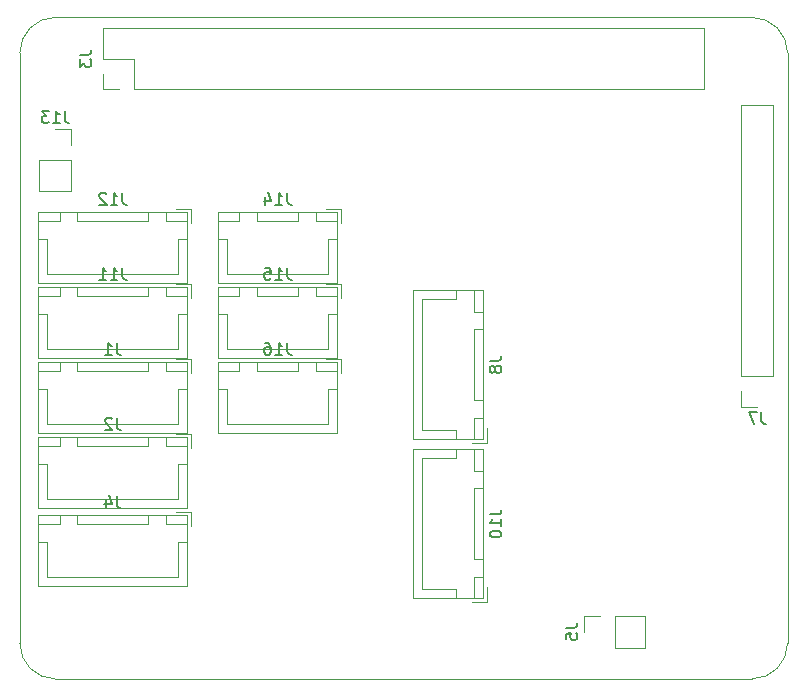
<source format=gbr>
G04 #@! TF.GenerationSoftware,KiCad,Pcbnew,(5.0.1)-3*
G04 #@! TF.CreationDate,2018-11-17T22:48:42-05:00*
G04 #@! TF.ProjectId,reef-piHat,726565662D70694861742E6B69636164,rev?*
G04 #@! TF.SameCoordinates,Original*
G04 #@! TF.FileFunction,Legend,Bot*
G04 #@! TF.FilePolarity,Positive*
%FSLAX46Y46*%
G04 Gerber Fmt 4.6, Leading zero omitted, Abs format (unit mm)*
G04 Created by KiCad (PCBNEW (5.0.1)-3) date 11/17/2018 10:48:42 PM*
%MOMM*%
%LPD*%
G01*
G04 APERTURE LIST*
%ADD10C,0.100000*%
%ADD11C,0.120000*%
%ADD12C,0.150000*%
G04 APERTURE END LIST*
D10*
X78546356Y-63817611D02*
X78546356Y-113817611D01*
X78546356Y-63817611D02*
G75*
G02X81546356Y-60817611I3000000J0D01*
G01*
X140546356Y-60817611D02*
X81546356Y-60817611D01*
X140546356Y-60817611D02*
G75*
G02X143546356Y-63817611I0J-3000000D01*
G01*
X143546356Y-113817611D02*
X143546356Y-63817611D01*
X81546356Y-116817611D02*
G75*
G02X78546356Y-113817611I0J3000000D01*
G01*
X81546356Y-116817611D02*
X140546356Y-116817611D01*
X143546351Y-113822847D02*
G75*
G02X140546356Y-116817611I-2999995J5236D01*
G01*
D11*
G04 #@! TO.C,J3*
X85590000Y-61720000D02*
X85590000Y-64320000D01*
X85590000Y-61720000D02*
X136510000Y-61720000D01*
X136510000Y-61720000D02*
X136510000Y-66920000D01*
X88190000Y-66920000D02*
X136510000Y-66920000D01*
X88190000Y-64320000D02*
X88190000Y-66920000D01*
X85590000Y-64320000D02*
X88190000Y-64320000D01*
X85590000Y-66920000D02*
X86920000Y-66920000D01*
X85590000Y-65590000D02*
X85590000Y-66920000D01*
G04 #@! TO.C,J1*
X93020000Y-89706000D02*
X93020000Y-90956000D01*
X91770000Y-89706000D02*
X93020000Y-89706000D01*
X80870000Y-95206000D02*
X86420000Y-95206000D01*
X80870000Y-92256000D02*
X80870000Y-95206000D01*
X80120000Y-92256000D02*
X80870000Y-92256000D01*
X91970000Y-95206000D02*
X86420000Y-95206000D01*
X91970000Y-92256000D02*
X91970000Y-95206000D01*
X92720000Y-92256000D02*
X91970000Y-92256000D01*
X80120000Y-90006000D02*
X81920000Y-90006000D01*
X80120000Y-90756000D02*
X80120000Y-90006000D01*
X81920000Y-90756000D02*
X80120000Y-90756000D01*
X81920000Y-90006000D02*
X81920000Y-90756000D01*
X90920000Y-90006000D02*
X92720000Y-90006000D01*
X90920000Y-90756000D02*
X90920000Y-90006000D01*
X92720000Y-90756000D02*
X90920000Y-90756000D01*
X92720000Y-90006000D02*
X92720000Y-90756000D01*
X83420000Y-90006000D02*
X89420000Y-90006000D01*
X83420000Y-90756000D02*
X83420000Y-90006000D01*
X89420000Y-90756000D02*
X83420000Y-90756000D01*
X89420000Y-90006000D02*
X89420000Y-90756000D01*
X80110000Y-89996000D02*
X92730000Y-89996000D01*
X80110000Y-95966000D02*
X80110000Y-89996000D01*
X92730000Y-95966000D02*
X80110000Y-95966000D01*
X92730000Y-89996000D02*
X92730000Y-95966000D01*
G04 #@! TO.C,J2*
X92730000Y-96346000D02*
X92730000Y-102316000D01*
X92730000Y-102316000D02*
X80110000Y-102316000D01*
X80110000Y-102316000D02*
X80110000Y-96346000D01*
X80110000Y-96346000D02*
X92730000Y-96346000D01*
X89420000Y-96356000D02*
X89420000Y-97106000D01*
X89420000Y-97106000D02*
X83420000Y-97106000D01*
X83420000Y-97106000D02*
X83420000Y-96356000D01*
X83420000Y-96356000D02*
X89420000Y-96356000D01*
X92720000Y-96356000D02*
X92720000Y-97106000D01*
X92720000Y-97106000D02*
X90920000Y-97106000D01*
X90920000Y-97106000D02*
X90920000Y-96356000D01*
X90920000Y-96356000D02*
X92720000Y-96356000D01*
X81920000Y-96356000D02*
X81920000Y-97106000D01*
X81920000Y-97106000D02*
X80120000Y-97106000D01*
X80120000Y-97106000D02*
X80120000Y-96356000D01*
X80120000Y-96356000D02*
X81920000Y-96356000D01*
X92720000Y-98606000D02*
X91970000Y-98606000D01*
X91970000Y-98606000D02*
X91970000Y-101556000D01*
X91970000Y-101556000D02*
X86420000Y-101556000D01*
X80120000Y-98606000D02*
X80870000Y-98606000D01*
X80870000Y-98606000D02*
X80870000Y-101556000D01*
X80870000Y-101556000D02*
X86420000Y-101556000D01*
X91770000Y-96056000D02*
X93020000Y-96056000D01*
X93020000Y-96056000D02*
X93020000Y-97306000D01*
G04 #@! TO.C,J4*
X92730000Y-102950000D02*
X92730000Y-108920000D01*
X92730000Y-108920000D02*
X80110000Y-108920000D01*
X80110000Y-108920000D02*
X80110000Y-102950000D01*
X80110000Y-102950000D02*
X92730000Y-102950000D01*
X89420000Y-102960000D02*
X89420000Y-103710000D01*
X89420000Y-103710000D02*
X83420000Y-103710000D01*
X83420000Y-103710000D02*
X83420000Y-102960000D01*
X83420000Y-102960000D02*
X89420000Y-102960000D01*
X92720000Y-102960000D02*
X92720000Y-103710000D01*
X92720000Y-103710000D02*
X90920000Y-103710000D01*
X90920000Y-103710000D02*
X90920000Y-102960000D01*
X90920000Y-102960000D02*
X92720000Y-102960000D01*
X81920000Y-102960000D02*
X81920000Y-103710000D01*
X81920000Y-103710000D02*
X80120000Y-103710000D01*
X80120000Y-103710000D02*
X80120000Y-102960000D01*
X80120000Y-102960000D02*
X81920000Y-102960000D01*
X92720000Y-105210000D02*
X91970000Y-105210000D01*
X91970000Y-105210000D02*
X91970000Y-108160000D01*
X91970000Y-108160000D02*
X86420000Y-108160000D01*
X80120000Y-105210000D02*
X80870000Y-105210000D01*
X80870000Y-105210000D02*
X80870000Y-108160000D01*
X80870000Y-108160000D02*
X86420000Y-108160000D01*
X91770000Y-102660000D02*
X93020000Y-102660000D01*
X93020000Y-102660000D02*
X93020000Y-103910000D01*
G04 #@! TO.C,J8*
X117776000Y-96540000D02*
X111806000Y-96540000D01*
X111806000Y-96540000D02*
X111806000Y-83920000D01*
X111806000Y-83920000D02*
X117776000Y-83920000D01*
X117776000Y-83920000D02*
X117776000Y-96540000D01*
X117766000Y-93230000D02*
X117016000Y-93230000D01*
X117016000Y-93230000D02*
X117016000Y-87230000D01*
X117016000Y-87230000D02*
X117766000Y-87230000D01*
X117766000Y-87230000D02*
X117766000Y-93230000D01*
X117766000Y-96530000D02*
X117016000Y-96530000D01*
X117016000Y-96530000D02*
X117016000Y-94730000D01*
X117016000Y-94730000D02*
X117766000Y-94730000D01*
X117766000Y-94730000D02*
X117766000Y-96530000D01*
X117766000Y-85730000D02*
X117016000Y-85730000D01*
X117016000Y-85730000D02*
X117016000Y-83930000D01*
X117016000Y-83930000D02*
X117766000Y-83930000D01*
X117766000Y-83930000D02*
X117766000Y-85730000D01*
X115516000Y-96530000D02*
X115516000Y-95780000D01*
X115516000Y-95780000D02*
X112566000Y-95780000D01*
X112566000Y-95780000D02*
X112566000Y-90230000D01*
X115516000Y-83930000D02*
X115516000Y-84680000D01*
X115516000Y-84680000D02*
X112566000Y-84680000D01*
X112566000Y-84680000D02*
X112566000Y-90230000D01*
X118066000Y-95580000D02*
X118066000Y-96830000D01*
X118066000Y-96830000D02*
X116816000Y-96830000D01*
G04 #@! TO.C,J10*
X118066000Y-110292000D02*
X116816000Y-110292000D01*
X118066000Y-109042000D02*
X118066000Y-110292000D01*
X112566000Y-98142000D02*
X112566000Y-103692000D01*
X115516000Y-98142000D02*
X112566000Y-98142000D01*
X115516000Y-97392000D02*
X115516000Y-98142000D01*
X112566000Y-109242000D02*
X112566000Y-103692000D01*
X115516000Y-109242000D02*
X112566000Y-109242000D01*
X115516000Y-109992000D02*
X115516000Y-109242000D01*
X117766000Y-97392000D02*
X117766000Y-99192000D01*
X117016000Y-97392000D02*
X117766000Y-97392000D01*
X117016000Y-99192000D02*
X117016000Y-97392000D01*
X117766000Y-99192000D02*
X117016000Y-99192000D01*
X117766000Y-108192000D02*
X117766000Y-109992000D01*
X117016000Y-108192000D02*
X117766000Y-108192000D01*
X117016000Y-109992000D02*
X117016000Y-108192000D01*
X117766000Y-109992000D02*
X117016000Y-109992000D01*
X117766000Y-100692000D02*
X117766000Y-106692000D01*
X117016000Y-100692000D02*
X117766000Y-100692000D01*
X117016000Y-106692000D02*
X117016000Y-100692000D01*
X117766000Y-106692000D02*
X117016000Y-106692000D01*
X117776000Y-97382000D02*
X117776000Y-110002000D01*
X111806000Y-97382000D02*
X117776000Y-97382000D01*
X111806000Y-110002000D02*
X111806000Y-97382000D01*
X117776000Y-110002000D02*
X111806000Y-110002000D01*
G04 #@! TO.C,J11*
X92730000Y-83646000D02*
X92730000Y-89616000D01*
X92730000Y-89616000D02*
X80110000Y-89616000D01*
X80110000Y-89616000D02*
X80110000Y-83646000D01*
X80110000Y-83646000D02*
X92730000Y-83646000D01*
X89420000Y-83656000D02*
X89420000Y-84406000D01*
X89420000Y-84406000D02*
X83420000Y-84406000D01*
X83420000Y-84406000D02*
X83420000Y-83656000D01*
X83420000Y-83656000D02*
X89420000Y-83656000D01*
X92720000Y-83656000D02*
X92720000Y-84406000D01*
X92720000Y-84406000D02*
X90920000Y-84406000D01*
X90920000Y-84406000D02*
X90920000Y-83656000D01*
X90920000Y-83656000D02*
X92720000Y-83656000D01*
X81920000Y-83656000D02*
X81920000Y-84406000D01*
X81920000Y-84406000D02*
X80120000Y-84406000D01*
X80120000Y-84406000D02*
X80120000Y-83656000D01*
X80120000Y-83656000D02*
X81920000Y-83656000D01*
X92720000Y-85906000D02*
X91970000Y-85906000D01*
X91970000Y-85906000D02*
X91970000Y-88856000D01*
X91970000Y-88856000D02*
X86420000Y-88856000D01*
X80120000Y-85906000D02*
X80870000Y-85906000D01*
X80870000Y-85906000D02*
X80870000Y-88856000D01*
X80870000Y-88856000D02*
X86420000Y-88856000D01*
X91770000Y-83356000D02*
X93020000Y-83356000D01*
X93020000Y-83356000D02*
X93020000Y-84606000D01*
G04 #@! TO.C,J12*
X93020000Y-77006000D02*
X93020000Y-78256000D01*
X91770000Y-77006000D02*
X93020000Y-77006000D01*
X80870000Y-82506000D02*
X86420000Y-82506000D01*
X80870000Y-79556000D02*
X80870000Y-82506000D01*
X80120000Y-79556000D02*
X80870000Y-79556000D01*
X91970000Y-82506000D02*
X86420000Y-82506000D01*
X91970000Y-79556000D02*
X91970000Y-82506000D01*
X92720000Y-79556000D02*
X91970000Y-79556000D01*
X80120000Y-77306000D02*
X81920000Y-77306000D01*
X80120000Y-78056000D02*
X80120000Y-77306000D01*
X81920000Y-78056000D02*
X80120000Y-78056000D01*
X81920000Y-77306000D02*
X81920000Y-78056000D01*
X90920000Y-77306000D02*
X92720000Y-77306000D01*
X90920000Y-78056000D02*
X90920000Y-77306000D01*
X92720000Y-78056000D02*
X90920000Y-78056000D01*
X92720000Y-77306000D02*
X92720000Y-78056000D01*
X83420000Y-77306000D02*
X89420000Y-77306000D01*
X83420000Y-78056000D02*
X83420000Y-77306000D01*
X89420000Y-78056000D02*
X83420000Y-78056000D01*
X89420000Y-77306000D02*
X89420000Y-78056000D01*
X80110000Y-77296000D02*
X92730000Y-77296000D01*
X80110000Y-83266000D02*
X80110000Y-77296000D01*
X92730000Y-83266000D02*
X80110000Y-83266000D01*
X92730000Y-77296000D02*
X92730000Y-83266000D01*
G04 #@! TO.C,J13*
X82864000Y-75498000D02*
X80204000Y-75498000D01*
X82864000Y-72898000D02*
X82864000Y-75498000D01*
X80204000Y-72898000D02*
X80204000Y-75498000D01*
X82864000Y-72898000D02*
X80204000Y-72898000D01*
X82864000Y-71628000D02*
X82864000Y-70298000D01*
X82864000Y-70298000D02*
X81534000Y-70298000D01*
G04 #@! TO.C,J14*
X105430000Y-77296000D02*
X105430000Y-83266000D01*
X105430000Y-83266000D02*
X95310000Y-83266000D01*
X95310000Y-83266000D02*
X95310000Y-77296000D01*
X95310000Y-77296000D02*
X105430000Y-77296000D01*
X102120000Y-77306000D02*
X102120000Y-78056000D01*
X102120000Y-78056000D02*
X98620000Y-78056000D01*
X98620000Y-78056000D02*
X98620000Y-77306000D01*
X98620000Y-77306000D02*
X102120000Y-77306000D01*
X105420000Y-77306000D02*
X105420000Y-78056000D01*
X105420000Y-78056000D02*
X103620000Y-78056000D01*
X103620000Y-78056000D02*
X103620000Y-77306000D01*
X103620000Y-77306000D02*
X105420000Y-77306000D01*
X97120000Y-77306000D02*
X97120000Y-78056000D01*
X97120000Y-78056000D02*
X95320000Y-78056000D01*
X95320000Y-78056000D02*
X95320000Y-77306000D01*
X95320000Y-77306000D02*
X97120000Y-77306000D01*
X105420000Y-79556000D02*
X104670000Y-79556000D01*
X104670000Y-79556000D02*
X104670000Y-82506000D01*
X104670000Y-82506000D02*
X100370000Y-82506000D01*
X95320000Y-79556000D02*
X96070000Y-79556000D01*
X96070000Y-79556000D02*
X96070000Y-82506000D01*
X96070000Y-82506000D02*
X100370000Y-82506000D01*
X104470000Y-77006000D02*
X105720000Y-77006000D01*
X105720000Y-77006000D02*
X105720000Y-78256000D01*
G04 #@! TO.C,J15*
X105720000Y-83356000D02*
X105720000Y-84606000D01*
X104470000Y-83356000D02*
X105720000Y-83356000D01*
X96070000Y-88856000D02*
X100370000Y-88856000D01*
X96070000Y-85906000D02*
X96070000Y-88856000D01*
X95320000Y-85906000D02*
X96070000Y-85906000D01*
X104670000Y-88856000D02*
X100370000Y-88856000D01*
X104670000Y-85906000D02*
X104670000Y-88856000D01*
X105420000Y-85906000D02*
X104670000Y-85906000D01*
X95320000Y-83656000D02*
X97120000Y-83656000D01*
X95320000Y-84406000D02*
X95320000Y-83656000D01*
X97120000Y-84406000D02*
X95320000Y-84406000D01*
X97120000Y-83656000D02*
X97120000Y-84406000D01*
X103620000Y-83656000D02*
X105420000Y-83656000D01*
X103620000Y-84406000D02*
X103620000Y-83656000D01*
X105420000Y-84406000D02*
X103620000Y-84406000D01*
X105420000Y-83656000D02*
X105420000Y-84406000D01*
X98620000Y-83656000D02*
X102120000Y-83656000D01*
X98620000Y-84406000D02*
X98620000Y-83656000D01*
X102120000Y-84406000D02*
X98620000Y-84406000D01*
X102120000Y-83656000D02*
X102120000Y-84406000D01*
X95310000Y-83646000D02*
X105430000Y-83646000D01*
X95310000Y-89616000D02*
X95310000Y-83646000D01*
X105430000Y-89616000D02*
X95310000Y-89616000D01*
X105430000Y-83646000D02*
X105430000Y-89616000D01*
G04 #@! TO.C,J16*
X105430000Y-89996000D02*
X105430000Y-95966000D01*
X105430000Y-95966000D02*
X95310000Y-95966000D01*
X95310000Y-95966000D02*
X95310000Y-89996000D01*
X95310000Y-89996000D02*
X105430000Y-89996000D01*
X102120000Y-90006000D02*
X102120000Y-90756000D01*
X102120000Y-90756000D02*
X98620000Y-90756000D01*
X98620000Y-90756000D02*
X98620000Y-90006000D01*
X98620000Y-90006000D02*
X102120000Y-90006000D01*
X105420000Y-90006000D02*
X105420000Y-90756000D01*
X105420000Y-90756000D02*
X103620000Y-90756000D01*
X103620000Y-90756000D02*
X103620000Y-90006000D01*
X103620000Y-90006000D02*
X105420000Y-90006000D01*
X97120000Y-90006000D02*
X97120000Y-90756000D01*
X97120000Y-90756000D02*
X95320000Y-90756000D01*
X95320000Y-90756000D02*
X95320000Y-90006000D01*
X95320000Y-90006000D02*
X97120000Y-90006000D01*
X105420000Y-92256000D02*
X104670000Y-92256000D01*
X104670000Y-92256000D02*
X104670000Y-95206000D01*
X104670000Y-95206000D02*
X100370000Y-95206000D01*
X95320000Y-92256000D02*
X96070000Y-92256000D01*
X96070000Y-92256000D02*
X96070000Y-95206000D01*
X96070000Y-95206000D02*
X100370000Y-95206000D01*
X104470000Y-89706000D02*
X105720000Y-89706000D01*
X105720000Y-89706000D02*
X105720000Y-90956000D01*
G04 #@! TO.C,J7*
X139640000Y-68266000D02*
X142300000Y-68266000D01*
X139640000Y-91186000D02*
X139640000Y-68266000D01*
X142300000Y-91186000D02*
X142300000Y-68266000D01*
X139640000Y-91186000D02*
X142300000Y-91186000D01*
X139640000Y-92456000D02*
X139640000Y-93786000D01*
X139640000Y-93786000D02*
X140970000Y-93786000D01*
G04 #@! TO.C,J5*
X131505000Y-111509500D02*
X131505000Y-114169500D01*
X128905000Y-111509500D02*
X131505000Y-111509500D01*
X128905000Y-114169500D02*
X131505000Y-114169500D01*
X128905000Y-111509500D02*
X128905000Y-114169500D01*
X127635000Y-111509500D02*
X126305000Y-111509500D01*
X126305000Y-111509500D02*
X126305000Y-112839500D01*
G04 #@! TD*
G04 #@! TO.C,J3*
D12*
X83602380Y-63986666D02*
X84316666Y-63986666D01*
X84459523Y-63939047D01*
X84554761Y-63843809D01*
X84602380Y-63700952D01*
X84602380Y-63605714D01*
X83602380Y-64367619D02*
X83602380Y-64986666D01*
X83983333Y-64653333D01*
X83983333Y-64796190D01*
X84030952Y-64891428D01*
X84078571Y-64939047D01*
X84173809Y-64986666D01*
X84411904Y-64986666D01*
X84507142Y-64939047D01*
X84554761Y-64891428D01*
X84602380Y-64796190D01*
X84602380Y-64510476D01*
X84554761Y-64415238D01*
X84507142Y-64367619D01*
G04 #@! TO.C,J1*
X86753333Y-88358380D02*
X86753333Y-89072666D01*
X86800952Y-89215523D01*
X86896190Y-89310761D01*
X87039047Y-89358380D01*
X87134285Y-89358380D01*
X85753333Y-89358380D02*
X86324761Y-89358380D01*
X86039047Y-89358380D02*
X86039047Y-88358380D01*
X86134285Y-88501238D01*
X86229523Y-88596476D01*
X86324761Y-88644095D01*
G04 #@! TO.C,J2*
X86753333Y-94708380D02*
X86753333Y-95422666D01*
X86800952Y-95565523D01*
X86896190Y-95660761D01*
X87039047Y-95708380D01*
X87134285Y-95708380D01*
X86324761Y-94803619D02*
X86277142Y-94756000D01*
X86181904Y-94708380D01*
X85943809Y-94708380D01*
X85848571Y-94756000D01*
X85800952Y-94803619D01*
X85753333Y-94898857D01*
X85753333Y-94994095D01*
X85800952Y-95136952D01*
X86372380Y-95708380D01*
X85753333Y-95708380D01*
G04 #@! TO.C,J4*
X86753333Y-101312380D02*
X86753333Y-102026666D01*
X86800952Y-102169523D01*
X86896190Y-102264761D01*
X87039047Y-102312380D01*
X87134285Y-102312380D01*
X85848571Y-101645714D02*
X85848571Y-102312380D01*
X86086666Y-101264761D02*
X86324761Y-101979047D01*
X85705714Y-101979047D01*
G04 #@! TO.C,J8*
X118318380Y-89896666D02*
X119032666Y-89896666D01*
X119175523Y-89849047D01*
X119270761Y-89753809D01*
X119318380Y-89610952D01*
X119318380Y-89515714D01*
X118746952Y-90515714D02*
X118699333Y-90420476D01*
X118651714Y-90372857D01*
X118556476Y-90325238D01*
X118508857Y-90325238D01*
X118413619Y-90372857D01*
X118366000Y-90420476D01*
X118318380Y-90515714D01*
X118318380Y-90706190D01*
X118366000Y-90801428D01*
X118413619Y-90849047D01*
X118508857Y-90896666D01*
X118556476Y-90896666D01*
X118651714Y-90849047D01*
X118699333Y-90801428D01*
X118746952Y-90706190D01*
X118746952Y-90515714D01*
X118794571Y-90420476D01*
X118842190Y-90372857D01*
X118937428Y-90325238D01*
X119127904Y-90325238D01*
X119223142Y-90372857D01*
X119270761Y-90420476D01*
X119318380Y-90515714D01*
X119318380Y-90706190D01*
X119270761Y-90801428D01*
X119223142Y-90849047D01*
X119127904Y-90896666D01*
X118937428Y-90896666D01*
X118842190Y-90849047D01*
X118794571Y-90801428D01*
X118746952Y-90706190D01*
G04 #@! TO.C,J10*
X118318380Y-102882476D02*
X119032666Y-102882476D01*
X119175523Y-102834857D01*
X119270761Y-102739619D01*
X119318380Y-102596761D01*
X119318380Y-102501523D01*
X119318380Y-103882476D02*
X119318380Y-103311047D01*
X119318380Y-103596761D02*
X118318380Y-103596761D01*
X118461238Y-103501523D01*
X118556476Y-103406285D01*
X118604095Y-103311047D01*
X118318380Y-104501523D02*
X118318380Y-104596761D01*
X118366000Y-104692000D01*
X118413619Y-104739619D01*
X118508857Y-104787238D01*
X118699333Y-104834857D01*
X118937428Y-104834857D01*
X119127904Y-104787238D01*
X119223142Y-104739619D01*
X119270761Y-104692000D01*
X119318380Y-104596761D01*
X119318380Y-104501523D01*
X119270761Y-104406285D01*
X119223142Y-104358666D01*
X119127904Y-104311047D01*
X118937428Y-104263428D01*
X118699333Y-104263428D01*
X118508857Y-104311047D01*
X118413619Y-104358666D01*
X118366000Y-104406285D01*
X118318380Y-104501523D01*
G04 #@! TO.C,J11*
X87229523Y-82008380D02*
X87229523Y-82722666D01*
X87277142Y-82865523D01*
X87372380Y-82960761D01*
X87515238Y-83008380D01*
X87610476Y-83008380D01*
X86229523Y-83008380D02*
X86800952Y-83008380D01*
X86515238Y-83008380D02*
X86515238Y-82008380D01*
X86610476Y-82151238D01*
X86705714Y-82246476D01*
X86800952Y-82294095D01*
X85277142Y-83008380D02*
X85848571Y-83008380D01*
X85562857Y-83008380D02*
X85562857Y-82008380D01*
X85658095Y-82151238D01*
X85753333Y-82246476D01*
X85848571Y-82294095D01*
G04 #@! TO.C,J12*
X87229523Y-75658380D02*
X87229523Y-76372666D01*
X87277142Y-76515523D01*
X87372380Y-76610761D01*
X87515238Y-76658380D01*
X87610476Y-76658380D01*
X86229523Y-76658380D02*
X86800952Y-76658380D01*
X86515238Y-76658380D02*
X86515238Y-75658380D01*
X86610476Y-75801238D01*
X86705714Y-75896476D01*
X86800952Y-75944095D01*
X85848571Y-75753619D02*
X85800952Y-75706000D01*
X85705714Y-75658380D01*
X85467619Y-75658380D01*
X85372380Y-75706000D01*
X85324761Y-75753619D01*
X85277142Y-75848857D01*
X85277142Y-75944095D01*
X85324761Y-76086952D01*
X85896190Y-76658380D01*
X85277142Y-76658380D01*
G04 #@! TO.C,J13*
X82343523Y-68750380D02*
X82343523Y-69464666D01*
X82391142Y-69607523D01*
X82486380Y-69702761D01*
X82629238Y-69750380D01*
X82724476Y-69750380D01*
X81343523Y-69750380D02*
X81914952Y-69750380D01*
X81629238Y-69750380D02*
X81629238Y-68750380D01*
X81724476Y-68893238D01*
X81819714Y-68988476D01*
X81914952Y-69036095D01*
X81010190Y-68750380D02*
X80391142Y-68750380D01*
X80724476Y-69131333D01*
X80581619Y-69131333D01*
X80486380Y-69178952D01*
X80438761Y-69226571D01*
X80391142Y-69321809D01*
X80391142Y-69559904D01*
X80438761Y-69655142D01*
X80486380Y-69702761D01*
X80581619Y-69750380D01*
X80867333Y-69750380D01*
X80962571Y-69702761D01*
X81010190Y-69655142D01*
G04 #@! TO.C,J14*
X101179523Y-75658380D02*
X101179523Y-76372666D01*
X101227142Y-76515523D01*
X101322380Y-76610761D01*
X101465238Y-76658380D01*
X101560476Y-76658380D01*
X100179523Y-76658380D02*
X100750952Y-76658380D01*
X100465238Y-76658380D02*
X100465238Y-75658380D01*
X100560476Y-75801238D01*
X100655714Y-75896476D01*
X100750952Y-75944095D01*
X99322380Y-75991714D02*
X99322380Y-76658380D01*
X99560476Y-75610761D02*
X99798571Y-76325047D01*
X99179523Y-76325047D01*
G04 #@! TO.C,J15*
X101179523Y-82008380D02*
X101179523Y-82722666D01*
X101227142Y-82865523D01*
X101322380Y-82960761D01*
X101465238Y-83008380D01*
X101560476Y-83008380D01*
X100179523Y-83008380D02*
X100750952Y-83008380D01*
X100465238Y-83008380D02*
X100465238Y-82008380D01*
X100560476Y-82151238D01*
X100655714Y-82246476D01*
X100750952Y-82294095D01*
X99274761Y-82008380D02*
X99750952Y-82008380D01*
X99798571Y-82484571D01*
X99750952Y-82436952D01*
X99655714Y-82389333D01*
X99417619Y-82389333D01*
X99322380Y-82436952D01*
X99274761Y-82484571D01*
X99227142Y-82579809D01*
X99227142Y-82817904D01*
X99274761Y-82913142D01*
X99322380Y-82960761D01*
X99417619Y-83008380D01*
X99655714Y-83008380D01*
X99750952Y-82960761D01*
X99798571Y-82913142D01*
G04 #@! TO.C,J16*
X101179523Y-88358380D02*
X101179523Y-89072666D01*
X101227142Y-89215523D01*
X101322380Y-89310761D01*
X101465238Y-89358380D01*
X101560476Y-89358380D01*
X100179523Y-89358380D02*
X100750952Y-89358380D01*
X100465238Y-89358380D02*
X100465238Y-88358380D01*
X100560476Y-88501238D01*
X100655714Y-88596476D01*
X100750952Y-88644095D01*
X99322380Y-88358380D02*
X99512857Y-88358380D01*
X99608095Y-88406000D01*
X99655714Y-88453619D01*
X99750952Y-88596476D01*
X99798571Y-88786952D01*
X99798571Y-89167904D01*
X99750952Y-89263142D01*
X99703333Y-89310761D01*
X99608095Y-89358380D01*
X99417619Y-89358380D01*
X99322380Y-89310761D01*
X99274761Y-89263142D01*
X99227142Y-89167904D01*
X99227142Y-88929809D01*
X99274761Y-88834571D01*
X99322380Y-88786952D01*
X99417619Y-88739333D01*
X99608095Y-88739333D01*
X99703333Y-88786952D01*
X99750952Y-88834571D01*
X99798571Y-88929809D01*
G04 #@! TO.C,J7*
X141303333Y-94238380D02*
X141303333Y-94952666D01*
X141350952Y-95095523D01*
X141446190Y-95190761D01*
X141589047Y-95238380D01*
X141684285Y-95238380D01*
X140922380Y-94238380D02*
X140255714Y-94238380D01*
X140684285Y-95238380D01*
G04 #@! TO.C,J5*
X124757380Y-112506166D02*
X125471666Y-112506166D01*
X125614523Y-112458547D01*
X125709761Y-112363309D01*
X125757380Y-112220452D01*
X125757380Y-112125214D01*
X124757380Y-113458547D02*
X124757380Y-112982357D01*
X125233571Y-112934738D01*
X125185952Y-112982357D01*
X125138333Y-113077595D01*
X125138333Y-113315690D01*
X125185952Y-113410928D01*
X125233571Y-113458547D01*
X125328809Y-113506166D01*
X125566904Y-113506166D01*
X125662142Y-113458547D01*
X125709761Y-113410928D01*
X125757380Y-113315690D01*
X125757380Y-113077595D01*
X125709761Y-112982357D01*
X125662142Y-112934738D01*
G04 #@! TD*
M02*

</source>
